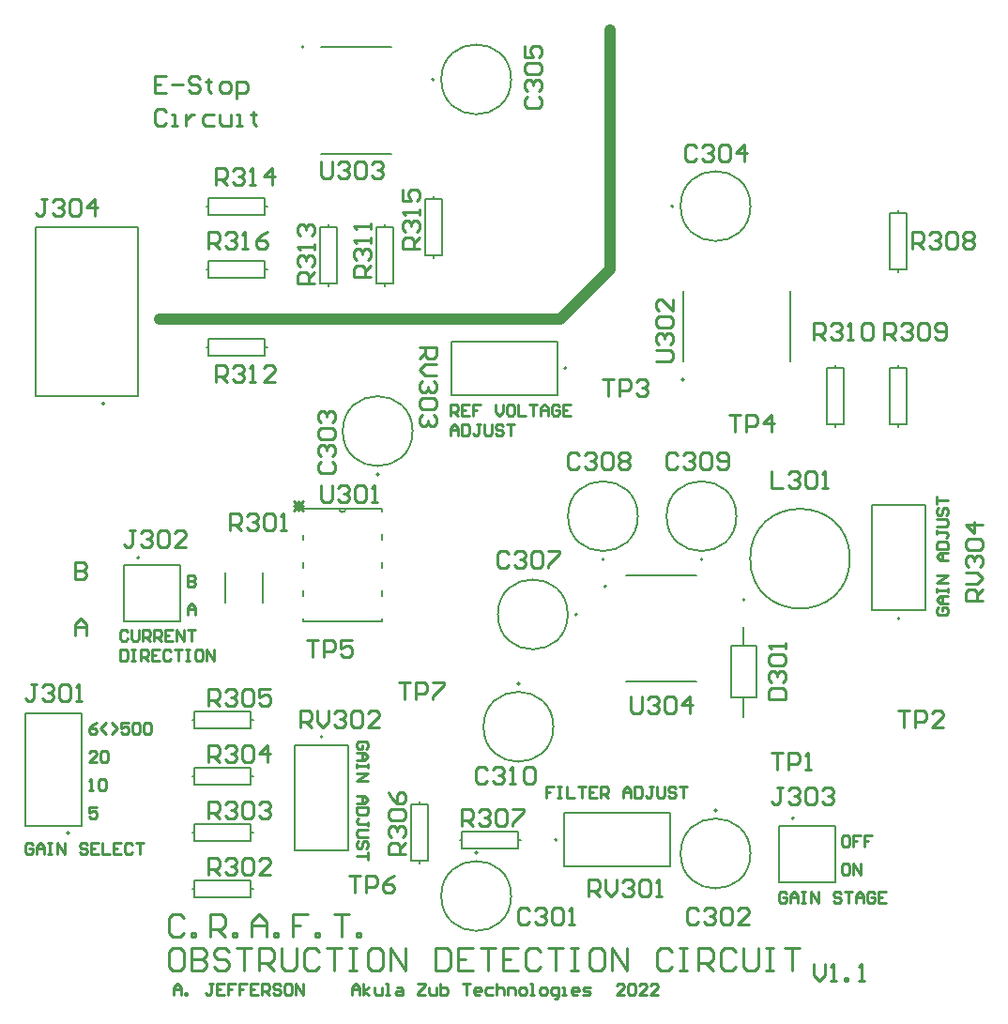
<source format=gbr>
G04 Layer_Color=65535*
%FSLAX23Y23*%
%MOIN*%
%TF.FileFunction,Legend,Top*%
%TF.Part,Single*%
G01*
G75*
%TA.AperFunction,NonConductor*%
%ADD58C,0.005*%
%ADD59C,0.008*%
%ADD60C,0.006*%
%ADD61C,0.040*%
%ADD62C,0.010*%
D58*
X3624Y3850D02*
G03*
X3624Y3850I-124J0D01*
G01*
Y1551D02*
G03*
X3624Y1551I-124J0D01*
G01*
X2774Y1400D02*
G03*
X2774Y1400I-124J0D01*
G01*
Y4300D02*
G03*
X2774Y4300I-124J0D01*
G01*
X2424Y3051D02*
G03*
X2424Y3051I-124J0D01*
G01*
X2975Y2400D02*
G03*
X2975Y2400I-124J0D01*
G01*
X3224Y2749D02*
G03*
X3224Y2749I-124J0D01*
G01*
X3574D02*
G03*
X3574Y2749I-124J0D01*
G01*
X2924Y2001D02*
G03*
X2924Y2001I-124J0D01*
G01*
X3977Y2598D02*
G03*
X3977Y2598I-177J0D01*
G01*
X4245Y2414D02*
Y2789D01*
X4055D02*
X4245D01*
X4055Y2414D02*
Y2789D01*
Y2414D02*
X4245D01*
X2562Y3370D02*
X2938D01*
X2562Y3180D02*
Y3370D01*
Y3180D02*
X2938D01*
Y3370D01*
X2962Y1505D02*
X3338D01*
Y1695D01*
X2962D02*
X3338D01*
X2962Y1505D02*
Y1695D01*
X2100Y4414D02*
X2350D01*
X2100Y4036D02*
X2350D01*
X3764Y3300D02*
Y3550D01*
X3386Y3300D02*
Y3550D01*
X1758Y2443D02*
Y2549D01*
X1892Y2443D02*
Y2549D01*
X1450Y3175D02*
Y3775D01*
X1087Y3175D02*
Y3775D01*
X1450D01*
X1087Y3175D02*
X1450D01*
X2005Y1561D02*
Y1936D01*
Y1561D02*
X2195D01*
Y1936D01*
X2005D02*
X2195D01*
X3181Y2161D02*
X3431D01*
X3181Y2539D02*
X3431D01*
X3646Y2104D02*
Y2289D01*
X3600Y2104D02*
X3646D01*
X3554D02*
X3600D01*
X3554D02*
Y2289D01*
X3600D01*
X3646D01*
X3600Y2036D02*
Y2104D01*
Y2289D02*
Y2356D01*
D59*
X3350Y3850D02*
G03*
X3350Y3850I-4J0D01*
G01*
X3504Y1704D02*
G03*
X3504Y1704I-4J0D01*
G01*
X2654Y1554D02*
G03*
X2654Y1554I-4J0D01*
G01*
X4154Y2385D02*
G03*
X4154Y2385I-4J0D01*
G01*
X3779Y1676D02*
G03*
X3779Y1676I-4J0D01*
G01*
X2970Y3275D02*
G03*
X2970Y3275I-4J0D01*
G01*
X2937Y1600D02*
G03*
X2937Y1600I-4J0D01*
G01*
X2038Y4416D02*
G03*
X2038Y4416I-4J0D01*
G01*
X2500Y4300D02*
G03*
X2500Y4300I-4J0D01*
G01*
X2304Y2897D02*
G03*
X2304Y2897I-4J0D01*
G01*
X3388Y3234D02*
G03*
X3388Y3234I-4J0D01*
G01*
X1454Y2601D02*
G03*
X1454Y2601I-4J0D01*
G01*
X1204Y1624D02*
G03*
X1204Y1624I-4J0D01*
G01*
X1329Y3149D02*
G03*
X1329Y3149I-4J0D01*
G01*
X2104Y1965D02*
G03*
X2104Y1965I-4J0D01*
G01*
X3008Y2400D02*
G03*
X3008Y2400I-4J0D01*
G01*
X3104Y2596D02*
G03*
X3104Y2596I-4J0D01*
G01*
X3454D02*
G03*
X3454Y2596I-4J0D01*
G01*
X2804Y2154D02*
G03*
X2804Y2154I-4J0D01*
G01*
X3112Y2500D02*
G03*
X3112Y2500I-4J0D01*
G01*
X3604Y2452D02*
G03*
X3604Y2452I-4J0D01*
G01*
X2450Y1516D02*
Y1525D01*
Y1725D02*
Y1734D01*
X2420Y1525D02*
X2450D01*
X2420D02*
Y1725D01*
X2480D01*
Y1525D02*
Y1725D01*
X2450Y1525D02*
X2480D01*
X1641Y2025D02*
X1650D01*
X1850D02*
X1859D01*
X1650D02*
Y2055D01*
X1850D01*
Y1995D02*
Y2055D01*
X1650Y1995D02*
X1850D01*
X1650D02*
Y2025D01*
X1641Y1825D02*
X1650D01*
X1850D02*
X1859D01*
X1650D02*
Y1855D01*
X1850D01*
Y1795D02*
Y1855D01*
X1650Y1795D02*
X1850D01*
X1650D02*
Y1825D01*
X1641Y1625D02*
X1650D01*
X1850D02*
X1859D01*
X1650D02*
Y1655D01*
X1850D01*
Y1595D02*
Y1655D01*
X1650Y1595D02*
X1850D01*
X1650D02*
Y1625D01*
X1641Y1425D02*
X1650D01*
X1850D02*
X1859D01*
X1650D02*
Y1455D01*
X1850D01*
Y1395D02*
Y1455D01*
X1650Y1395D02*
X1850D01*
X1650D02*
Y1425D01*
X3925Y3066D02*
Y3075D01*
Y3275D02*
Y3284D01*
X3895Y3075D02*
X3925D01*
X3895D02*
Y3275D01*
X3955D01*
Y3075D02*
Y3275D01*
X3925Y3075D02*
X3955D01*
X4150Y3275D02*
Y3284D01*
Y3066D02*
Y3075D01*
Y3275D02*
X4180D01*
Y3075D02*
Y3275D01*
X4120Y3075D02*
X4180D01*
X4120D02*
Y3275D01*
X4150D01*
Y3616D02*
Y3625D01*
Y3825D02*
Y3834D01*
X4120Y3625D02*
X4150D01*
X4120D02*
Y3825D01*
X4180D01*
Y3625D02*
Y3825D01*
X4150Y3625D02*
X4180D01*
X3725Y1450D02*
Y1650D01*
X3925Y1450D02*
Y1650D01*
X3725Y1450D02*
X3925D01*
X3725Y1650D02*
X3925D01*
X2295Y3775D02*
X2325D01*
X2295Y3575D02*
Y3775D01*
Y3575D02*
X2355D01*
Y3775D01*
X2325D02*
X2355D01*
X2325Y3566D02*
Y3575D01*
Y3775D02*
Y3784D01*
X1700Y3320D02*
Y3350D01*
Y3320D02*
X1900D01*
Y3380D01*
X1700D02*
X1900D01*
X1700Y3350D02*
Y3380D01*
X1900Y3350D02*
X1909D01*
X1691D02*
X1700D01*
X2095Y3775D02*
X2125D01*
X2095Y3575D02*
Y3775D01*
Y3575D02*
X2155D01*
Y3775D01*
X2125D02*
X2155D01*
X2125Y3566D02*
Y3575D01*
Y3775D02*
Y3784D01*
X1700Y3820D02*
Y3850D01*
Y3820D02*
X1900D01*
Y3880D01*
X1700D02*
X1900D01*
X1700Y3850D02*
Y3880D01*
X1900Y3850D02*
X1909D01*
X1691D02*
X1700D01*
X2470Y3875D02*
X2500D01*
X2470Y3675D02*
Y3875D01*
Y3675D02*
X2530D01*
Y3875D01*
X2500D02*
X2530D01*
X2500Y3666D02*
Y3675D01*
Y3875D02*
Y3884D01*
X1700Y3595D02*
Y3625D01*
Y3595D02*
X1900D01*
Y3655D01*
X1700D02*
X1900D01*
X1700Y3625D02*
Y3655D01*
X1900Y3625D02*
X1909D01*
X1691D02*
X1700D01*
X2800Y1600D02*
X2809D01*
X2591D02*
X2600D01*
X2800Y1570D02*
Y1600D01*
X2600Y1570D02*
X2800D01*
X2600D02*
Y1630D01*
X2800D01*
Y1600D02*
Y1630D01*
X1400Y2375D02*
Y2575D01*
X1600Y2375D02*
Y2575D01*
X1400Y2375D02*
X1600D01*
X1400Y2575D02*
X1600D01*
X1250Y1650D02*
Y2050D01*
X1050Y1650D02*
Y2050D01*
X1250D01*
X1050Y1650D02*
X1250D01*
D60*
X2163Y2775D02*
G03*
X2187Y2775I12J0D01*
G01*
X2035Y2466D02*
Y2484D01*
Y2566D02*
Y2584D01*
Y2666D02*
Y2682D01*
Y2768D02*
Y2775D01*
X2163D01*
X2187D01*
X2315D01*
Y2375D02*
Y2384D01*
X2035Y2375D02*
X2315D01*
X2035D02*
Y2384D01*
X2315Y2466D02*
Y2484D01*
Y2566D02*
Y2584D01*
Y2666D02*
Y2684D01*
Y2766D02*
Y2775D01*
D61*
X3125Y3625D02*
Y4475D01*
X2950Y3450D02*
X3125Y3625D01*
X1525Y3450D02*
X2950D01*
D62*
X1412Y2340D02*
X1405Y2347D01*
X1392D01*
X1385Y2340D01*
Y2314D01*
X1392Y2307D01*
X1405D01*
X1412Y2314D01*
X1425Y2347D02*
Y2314D01*
X1432Y2307D01*
X1445D01*
X1452Y2314D01*
Y2347D01*
X1465Y2307D02*
Y2347D01*
X1485D01*
X1492Y2340D01*
Y2327D01*
X1485Y2320D01*
X1465D01*
X1478D02*
X1492Y2307D01*
X1505D02*
Y2347D01*
X1525D01*
X1532Y2340D01*
Y2327D01*
X1525Y2320D01*
X1505D01*
X1518D02*
X1532Y2307D01*
X1572Y2347D02*
X1545D01*
Y2307D01*
X1572D01*
X1545Y2327D02*
X1558D01*
X1585Y2307D02*
Y2347D01*
X1612Y2307D01*
Y2347D01*
X1625D02*
X1652D01*
X1638D01*
Y2307D01*
X1385Y2275D02*
Y2235D01*
X1405D01*
X1412Y2242D01*
Y2268D01*
X1405Y2275D01*
X1385D01*
X1425D02*
X1438D01*
X1432D01*
Y2235D01*
X1425D01*
X1438D01*
X1458D02*
Y2275D01*
X1478D01*
X1485Y2268D01*
Y2255D01*
X1478Y2248D01*
X1458D01*
X1472D02*
X1485Y2235D01*
X1525Y2275D02*
X1498D01*
Y2235D01*
X1525D01*
X1498Y2255D02*
X1512D01*
X1565Y2268D02*
X1558Y2275D01*
X1545D01*
X1538Y2268D01*
Y2242D01*
X1545Y2235D01*
X1558D01*
X1565Y2242D01*
X1578Y2275D02*
X1605D01*
X1592D01*
Y2235D01*
X1618Y2275D02*
X1632D01*
X1625D01*
Y2235D01*
X1618D01*
X1632D01*
X1672Y2275D02*
X1658D01*
X1652Y2268D01*
Y2242D01*
X1658Y2235D01*
X1672D01*
X1678Y2242D01*
Y2268D01*
X1672Y2275D01*
X1692Y2235D02*
Y2275D01*
X1718Y2235D01*
Y2275D01*
X1550Y4311D02*
X1510D01*
Y4251D01*
X1550D01*
X1510Y4281D02*
X1530D01*
X1570D02*
X1610D01*
X1670Y4301D02*
X1660Y4311D01*
X1640D01*
X1630Y4301D01*
Y4291D01*
X1640Y4281D01*
X1660D01*
X1670Y4271D01*
Y4261D01*
X1660Y4251D01*
X1640D01*
X1630Y4261D01*
X1700Y4301D02*
Y4291D01*
X1690D01*
X1710D01*
X1700D01*
Y4261D01*
X1710Y4251D01*
X1750D02*
X1770D01*
X1780Y4261D01*
Y4281D01*
X1770Y4291D01*
X1750D01*
X1740Y4281D01*
Y4261D01*
X1750Y4251D01*
X1800Y4231D02*
Y4291D01*
X1830D01*
X1840Y4281D01*
Y4261D01*
X1830Y4251D01*
X1800D01*
X1550Y4185D02*
X1540Y4195D01*
X1520D01*
X1510Y4185D01*
Y4145D01*
X1520Y4135D01*
X1540D01*
X1550Y4145D01*
X1570Y4135D02*
X1590D01*
X1580D01*
Y4175D01*
X1570D01*
X1620D02*
Y4135D01*
Y4155D01*
X1630Y4165D01*
X1640Y4175D01*
X1650D01*
X1720D02*
X1690D01*
X1680Y4165D01*
Y4145D01*
X1690Y4135D01*
X1720D01*
X1740Y4175D02*
Y4145D01*
X1750Y4135D01*
X1780D01*
Y4175D01*
X1800Y4135D02*
X1820D01*
X1810D01*
Y4175D01*
X1800D01*
X1860Y4185D02*
Y4175D01*
X1850D01*
X1870D01*
X1860D01*
Y4145D01*
X1870Y4135D01*
X1613Y1322D02*
X1600Y1335D01*
X1573D01*
X1560Y1322D01*
Y1268D01*
X1573Y1255D01*
X1600D01*
X1613Y1268D01*
X1640Y1255D02*
Y1268D01*
X1653D01*
Y1255D01*
X1640D01*
X1707D02*
Y1335D01*
X1747D01*
X1760Y1322D01*
Y1295D01*
X1747Y1282D01*
X1707D01*
X1733D02*
X1760Y1255D01*
X1787D02*
Y1268D01*
X1800D01*
Y1255D01*
X1787D01*
X1853D02*
Y1308D01*
X1880Y1335D01*
X1907Y1308D01*
Y1255D01*
Y1295D01*
X1853D01*
X1933Y1255D02*
Y1268D01*
X1947D01*
Y1255D01*
X1933D01*
X2053Y1335D02*
X2000D01*
Y1295D01*
X2027D01*
X2000D01*
Y1255D01*
X2080D02*
Y1268D01*
X2093D01*
Y1255D01*
X2080D01*
X2146Y1335D02*
X2200D01*
X2173D01*
Y1255D01*
X2226D02*
Y1268D01*
X2240D01*
Y1255D01*
X2226D01*
X1600Y1215D02*
X1573D01*
X1560Y1202D01*
Y1148D01*
X1573Y1135D01*
X1600D01*
X1613Y1148D01*
Y1202D01*
X1600Y1215D01*
X1640D02*
Y1135D01*
X1680D01*
X1693Y1148D01*
Y1162D01*
X1680Y1175D01*
X1640D01*
X1680D01*
X1693Y1188D01*
Y1202D01*
X1680Y1215D01*
X1640D01*
X1773Y1202D02*
X1760Y1215D01*
X1733D01*
X1720Y1202D01*
Y1188D01*
X1733Y1175D01*
X1760D01*
X1773Y1162D01*
Y1148D01*
X1760Y1135D01*
X1733D01*
X1720Y1148D01*
X1800Y1215D02*
X1853D01*
X1827D01*
Y1135D01*
X1880D02*
Y1215D01*
X1920D01*
X1933Y1202D01*
Y1175D01*
X1920Y1162D01*
X1880D01*
X1907D02*
X1933Y1135D01*
X1960Y1215D02*
Y1148D01*
X1973Y1135D01*
X2000D01*
X2013Y1148D01*
Y1215D01*
X2093Y1202D02*
X2080Y1215D01*
X2053D01*
X2040Y1202D01*
Y1148D01*
X2053Y1135D01*
X2080D01*
X2093Y1148D01*
X2120Y1215D02*
X2173D01*
X2146D01*
Y1135D01*
X2200Y1215D02*
X2226D01*
X2213D01*
Y1135D01*
X2200D01*
X2226D01*
X2306Y1215D02*
X2280D01*
X2266Y1202D01*
Y1148D01*
X2280Y1135D01*
X2306D01*
X2320Y1148D01*
Y1202D01*
X2306Y1215D01*
X2346Y1135D02*
Y1215D01*
X2400Y1135D01*
Y1215D01*
X2506D02*
Y1135D01*
X2546D01*
X2560Y1148D01*
Y1202D01*
X2546Y1215D01*
X2506D01*
X2640D02*
X2586D01*
Y1135D01*
X2640D01*
X2586Y1175D02*
X2613D01*
X2666Y1215D02*
X2720D01*
X2693D01*
Y1135D01*
X2800Y1215D02*
X2746D01*
Y1135D01*
X2800D01*
X2746Y1175D02*
X2773D01*
X2880Y1202D02*
X2866Y1215D01*
X2840D01*
X2826Y1202D01*
Y1148D01*
X2840Y1135D01*
X2866D01*
X2880Y1148D01*
X2906Y1215D02*
X2960D01*
X2933D01*
Y1135D01*
X2986Y1215D02*
X3013D01*
X3000D01*
Y1135D01*
X2986D01*
X3013D01*
X3093Y1215D02*
X3066D01*
X3053Y1202D01*
Y1148D01*
X3066Y1135D01*
X3093D01*
X3106Y1148D01*
Y1202D01*
X3093Y1215D01*
X3133Y1135D02*
Y1215D01*
X3186Y1135D01*
Y1215D01*
X3346Y1202D02*
X3333Y1215D01*
X3306D01*
X3293Y1202D01*
Y1148D01*
X3306Y1135D01*
X3333D01*
X3346Y1148D01*
X3373Y1215D02*
X3399D01*
X3386D01*
Y1135D01*
X3373D01*
X3399D01*
X3439D02*
Y1215D01*
X3479D01*
X3493Y1202D01*
Y1175D01*
X3479Y1162D01*
X3439D01*
X3466D02*
X3493Y1135D01*
X3573Y1202D02*
X3559Y1215D01*
X3533D01*
X3519Y1202D01*
Y1148D01*
X3533Y1135D01*
X3559D01*
X3573Y1148D01*
X3599Y1215D02*
Y1148D01*
X3613Y1135D01*
X3639D01*
X3653Y1148D01*
Y1215D01*
X3679D02*
X3706D01*
X3693D01*
Y1135D01*
X3679D01*
X3706D01*
X3746Y1215D02*
X3799D01*
X3773D01*
Y1135D01*
X2560Y3107D02*
Y3147D01*
X2580D01*
X2587Y3140D01*
Y3127D01*
X2580Y3120D01*
X2560D01*
X2573D02*
X2587Y3107D01*
X2627Y3147D02*
X2600D01*
Y3107D01*
X2627D01*
X2600Y3127D02*
X2613D01*
X2667Y3147D02*
X2640D01*
Y3127D01*
X2653D01*
X2640D01*
Y3107D01*
X2720Y3147D02*
Y3120D01*
X2733Y3107D01*
X2747Y3120D01*
Y3147D01*
X2780D02*
X2767D01*
X2760Y3140D01*
Y3114D01*
X2767Y3107D01*
X2780D01*
X2787Y3114D01*
Y3140D01*
X2780Y3147D01*
X2800D02*
Y3107D01*
X2827D01*
X2840Y3147D02*
X2867D01*
X2853D01*
Y3107D01*
X2880D02*
Y3134D01*
X2893Y3147D01*
X2907Y3134D01*
Y3107D01*
Y3127D01*
X2880D01*
X2947Y3140D02*
X2940Y3147D01*
X2927D01*
X2920Y3140D01*
Y3114D01*
X2927Y3107D01*
X2940D01*
X2947Y3114D01*
Y3127D01*
X2933D01*
X2987Y3147D02*
X2960D01*
Y3107D01*
X2987D01*
X2960Y3127D02*
X2973D01*
X2560Y3035D02*
Y3062D01*
X2573Y3075D01*
X2587Y3062D01*
Y3035D01*
Y3055D01*
X2560D01*
X2600Y3075D02*
Y3035D01*
X2620D01*
X2627Y3042D01*
Y3068D01*
X2620Y3075D01*
X2600D01*
X2667D02*
X2653D01*
X2660D01*
Y3042D01*
X2653Y3035D01*
X2647D01*
X2640Y3042D01*
X2680Y3075D02*
Y3042D01*
X2687Y3035D01*
X2700D01*
X2707Y3042D01*
Y3075D01*
X2747Y3068D02*
X2740Y3075D01*
X2727D01*
X2720Y3068D01*
Y3062D01*
X2727Y3055D01*
X2740D01*
X2747Y3048D01*
Y3042D01*
X2740Y3035D01*
X2727D01*
X2720Y3042D01*
X2760Y3075D02*
X2787D01*
X2773D01*
Y3035D01*
X3850Y1160D02*
Y1120D01*
X3870Y1100D01*
X3890Y1120D01*
Y1160D01*
X3910Y1100D02*
X3930D01*
X3920D01*
Y1160D01*
X3910Y1150D01*
X3960Y1100D02*
Y1110D01*
X3970D01*
Y1100D01*
X3960D01*
X4010D02*
X4030D01*
X4020D01*
Y1160D01*
X4010Y1150D01*
X2831Y4240D02*
X2821Y4230D01*
Y4210D01*
X2831Y4200D01*
X2871D01*
X2881Y4210D01*
Y4230D01*
X2871Y4240D01*
X2831Y4260D02*
X2821Y4270D01*
Y4290D01*
X2831Y4300D01*
X2841D01*
X2851Y4290D01*
Y4280D01*
Y4290D01*
X2861Y4300D01*
X2871D01*
X2881Y4290D01*
Y4270D01*
X2871Y4260D01*
X2831Y4320D02*
X2821Y4330D01*
Y4350D01*
X2831Y4360D01*
X2871D01*
X2881Y4350D01*
Y4330D01*
X2871Y4320D01*
X2831D01*
X2821Y4420D02*
Y4380D01*
X2851D01*
X2841Y4400D01*
Y4410D01*
X2851Y4420D01*
X2871D01*
X2881Y4410D01*
Y4390D01*
X2871Y4380D01*
X2100Y4010D02*
Y3960D01*
X2110Y3950D01*
X2130D01*
X2140Y3960D01*
Y4010D01*
X2160Y4000D02*
X2170Y4010D01*
X2190D01*
X2200Y4000D01*
Y3990D01*
X2190Y3980D01*
X2180D01*
X2190D01*
X2200Y3970D01*
Y3960D01*
X2190Y3950D01*
X2170D01*
X2160Y3960D01*
X2220Y4000D02*
X2230Y4010D01*
X2250D01*
X2260Y4000D01*
Y3960D01*
X2250Y3950D01*
X2230D01*
X2220Y3960D01*
Y4000D01*
X2280D02*
X2290Y4010D01*
X2310D01*
X2320Y4000D01*
Y3990D01*
X2310Y3980D01*
X2300D01*
X2310D01*
X2320Y3970D01*
Y3960D01*
X2310Y3950D01*
X2290D01*
X2280Y3960D01*
X1700Y3700D02*
Y3760D01*
X1730D01*
X1740Y3750D01*
Y3730D01*
X1730Y3720D01*
X1700D01*
X1720D02*
X1740Y3700D01*
X1760Y3750D02*
X1770Y3760D01*
X1790D01*
X1800Y3750D01*
Y3740D01*
X1790Y3730D01*
X1780D01*
X1790D01*
X1800Y3720D01*
Y3710D01*
X1790Y3700D01*
X1770D01*
X1760Y3710D01*
X1820Y3700D02*
X1840D01*
X1830D01*
Y3760D01*
X1820Y3750D01*
X1910Y3760D02*
X1890Y3750D01*
X1870Y3730D01*
Y3710D01*
X1880Y3700D01*
X1900D01*
X1910Y3710D01*
Y3720D01*
X1900Y3730D01*
X1870D01*
X2450Y3700D02*
X2390D01*
Y3730D01*
X2400Y3740D01*
X2420D01*
X2430Y3730D01*
Y3700D01*
Y3720D02*
X2450Y3740D01*
X2400Y3760D02*
X2390Y3770D01*
Y3790D01*
X2400Y3800D01*
X2410D01*
X2420Y3790D01*
Y3780D01*
Y3790D01*
X2430Y3800D01*
X2440D01*
X2450Y3790D01*
Y3770D01*
X2440Y3760D01*
X2450Y3820D02*
Y3840D01*
Y3830D01*
X2390D01*
X2400Y3820D01*
X2390Y3910D02*
Y3870D01*
X2420D01*
X2410Y3890D01*
Y3900D01*
X2420Y3910D01*
X2440D01*
X2450Y3900D01*
Y3880D01*
X2440Y3870D01*
X1725Y3925D02*
Y3985D01*
X1755D01*
X1765Y3975D01*
Y3955D01*
X1755Y3945D01*
X1725D01*
X1745D02*
X1765Y3925D01*
X1785Y3975D02*
X1795Y3985D01*
X1815D01*
X1825Y3975D01*
Y3965D01*
X1815Y3955D01*
X1805D01*
X1815D01*
X1825Y3945D01*
Y3935D01*
X1815Y3925D01*
X1795D01*
X1785Y3935D01*
X1845Y3925D02*
X1865D01*
X1855D01*
Y3985D01*
X1845Y3975D01*
X1925Y3925D02*
Y3985D01*
X1895Y3955D01*
X1935D01*
X2075Y3575D02*
X2015D01*
Y3605D01*
X2025Y3615D01*
X2045D01*
X2055Y3605D01*
Y3575D01*
Y3595D02*
X2075Y3615D01*
X2025Y3635D02*
X2015Y3645D01*
Y3665D01*
X2025Y3675D01*
X2035D01*
X2045Y3665D01*
Y3655D01*
Y3665D01*
X2055Y3675D01*
X2065D01*
X2075Y3665D01*
Y3645D01*
X2065Y3635D01*
X2075Y3695D02*
Y3715D01*
Y3705D01*
X2015D01*
X2025Y3695D01*
Y3745D02*
X2015Y3755D01*
Y3775D01*
X2025Y3785D01*
X2035D01*
X2045Y3775D01*
Y3765D01*
Y3775D01*
X2055Y3785D01*
X2065D01*
X2075Y3775D01*
Y3755D01*
X2065Y3745D01*
X1725Y3225D02*
Y3285D01*
X1755D01*
X1765Y3275D01*
Y3255D01*
X1755Y3245D01*
X1725D01*
X1745D02*
X1765Y3225D01*
X1785Y3275D02*
X1795Y3285D01*
X1815D01*
X1825Y3275D01*
Y3265D01*
X1815Y3255D01*
X1805D01*
X1815D01*
X1825Y3245D01*
Y3235D01*
X1815Y3225D01*
X1795D01*
X1785Y3235D01*
X1845Y3225D02*
X1865D01*
X1855D01*
Y3285D01*
X1845Y3275D01*
X1935Y3225D02*
X1895D01*
X1935Y3265D01*
Y3275D01*
X1925Y3285D01*
X1905D01*
X1895Y3275D01*
X2275Y3600D02*
X2215D01*
Y3630D01*
X2225Y3640D01*
X2245D01*
X2255Y3630D01*
Y3600D01*
Y3620D02*
X2275Y3640D01*
X2225Y3660D02*
X2215Y3670D01*
Y3690D01*
X2225Y3700D01*
X2235D01*
X2245Y3690D01*
Y3680D01*
Y3690D01*
X2255Y3700D01*
X2265D01*
X2275Y3690D01*
Y3670D01*
X2265Y3660D01*
X2275Y3720D02*
Y3740D01*
Y3730D01*
X2215D01*
X2225Y3720D01*
X2275Y3770D02*
Y3790D01*
Y3780D01*
X2215D01*
X2225Y3770D01*
X1775Y2700D02*
Y2760D01*
X1805D01*
X1815Y2750D01*
Y2730D01*
X1805Y2720D01*
X1775D01*
X1795D02*
X1815Y2700D01*
X1835Y2750D02*
X1845Y2760D01*
X1865D01*
X1875Y2750D01*
Y2740D01*
X1865Y2730D01*
X1855D01*
X1865D01*
X1875Y2720D01*
Y2710D01*
X1865Y2700D01*
X1845D01*
X1835Y2710D01*
X1895Y2750D02*
X1905Y2760D01*
X1925D01*
X1935Y2750D01*
Y2710D01*
X1925Y2700D01*
X1905D01*
X1895Y2710D01*
Y2750D01*
X1955Y2700D02*
X1975D01*
X1965D01*
Y2760D01*
X1955Y2750D01*
X3050Y1400D02*
Y1460D01*
X3080D01*
X3090Y1450D01*
Y1430D01*
X3080Y1420D01*
X3050D01*
X3070D02*
X3090Y1400D01*
X3110Y1460D02*
Y1420D01*
X3130Y1400D01*
X3150Y1420D01*
Y1460D01*
X3170Y1450D02*
X3180Y1460D01*
X3200D01*
X3210Y1450D01*
Y1440D01*
X3200Y1430D01*
X3190D01*
X3200D01*
X3210Y1420D01*
Y1410D01*
X3200Y1400D01*
X3180D01*
X3170Y1410D01*
X3230Y1450D02*
X3240Y1460D01*
X3260D01*
X3270Y1450D01*
Y1410D01*
X3260Y1400D01*
X3240D01*
X3230Y1410D01*
Y1450D01*
X3290Y1400D02*
X3310D01*
X3300D01*
Y1460D01*
X3290Y1450D01*
X2450Y3350D02*
X2510D01*
Y3320D01*
X2500Y3310D01*
X2480D01*
X2470Y3320D01*
Y3350D01*
Y3330D02*
X2450Y3310D01*
X2510Y3290D02*
X2470D01*
X2450Y3270D01*
X2470Y3250D01*
X2510D01*
X2500Y3230D02*
X2510Y3220D01*
Y3200D01*
X2500Y3190D01*
X2490D01*
X2480Y3200D01*
Y3210D01*
Y3200D01*
X2470Y3190D01*
X2460D01*
X2450Y3200D01*
Y3220D01*
X2460Y3230D01*
X2500Y3170D02*
X2510Y3160D01*
Y3140D01*
X2500Y3130D01*
X2460D01*
X2450Y3140D01*
Y3160D01*
X2460Y3170D01*
X2500D01*
Y3110D02*
X2510Y3100D01*
Y3080D01*
X2500Y3070D01*
X2490D01*
X2480Y3080D01*
Y3090D01*
Y3080D01*
X2470Y3070D01*
X2460D01*
X2450Y3080D01*
Y3100D01*
X2460Y3110D01*
X3290Y3300D02*
X3340D01*
X3350Y3310D01*
Y3330D01*
X3340Y3340D01*
X3290D01*
X3300Y3360D02*
X3290Y3370D01*
Y3390D01*
X3300Y3400D01*
X3310D01*
X3320Y3390D01*
Y3380D01*
Y3390D01*
X3330Y3400D01*
X3340D01*
X3350Y3390D01*
Y3370D01*
X3340Y3360D01*
X3300Y3420D02*
X3290Y3430D01*
Y3450D01*
X3300Y3460D01*
X3340D01*
X3350Y3450D01*
Y3430D01*
X3340Y3420D01*
X3300D01*
X3350Y3520D02*
Y3480D01*
X3310Y3520D01*
X3300D01*
X3290Y3510D01*
Y3490D01*
X3300Y3480D01*
X3740Y1785D02*
X3720D01*
X3730D01*
Y1735D01*
X3720Y1725D01*
X3710D01*
X3700Y1735D01*
X3760Y1775D02*
X3770Y1785D01*
X3790D01*
X3800Y1775D01*
Y1765D01*
X3790Y1755D01*
X3780D01*
X3790D01*
X3800Y1745D01*
Y1735D01*
X3790Y1725D01*
X3770D01*
X3760Y1735D01*
X3820Y1775D02*
X3830Y1785D01*
X3850D01*
X3860Y1775D01*
Y1735D01*
X3850Y1725D01*
X3830D01*
X3820Y1735D01*
Y1775D01*
X3880D02*
X3890Y1785D01*
X3910D01*
X3920Y1775D01*
Y1765D01*
X3910Y1755D01*
X3900D01*
X3910D01*
X3920Y1745D01*
Y1735D01*
X3910Y1725D01*
X3890D01*
X3880Y1735D01*
X4200Y3700D02*
Y3760D01*
X4230D01*
X4240Y3750D01*
Y3730D01*
X4230Y3720D01*
X4200D01*
X4220D02*
X4240Y3700D01*
X4260Y3750D02*
X4270Y3760D01*
X4290D01*
X4300Y3750D01*
Y3740D01*
X4290Y3730D01*
X4280D01*
X4290D01*
X4300Y3720D01*
Y3710D01*
X4290Y3700D01*
X4270D01*
X4260Y3710D01*
X4320Y3750D02*
X4330Y3760D01*
X4350D01*
X4360Y3750D01*
Y3710D01*
X4350Y3700D01*
X4330D01*
X4320Y3710D01*
Y3750D01*
X4380D02*
X4390Y3760D01*
X4410D01*
X4420Y3750D01*
Y3740D01*
X4410Y3730D01*
X4420Y3720D01*
Y3710D01*
X4410Y3700D01*
X4390D01*
X4380Y3710D01*
Y3720D01*
X4390Y3730D01*
X4380Y3740D01*
Y3750D01*
X4390Y3730D02*
X4410D01*
X4100Y3375D02*
Y3435D01*
X4130D01*
X4140Y3425D01*
Y3405D01*
X4130Y3395D01*
X4100D01*
X4120D02*
X4140Y3375D01*
X4160Y3425D02*
X4170Y3435D01*
X4190D01*
X4200Y3425D01*
Y3415D01*
X4190Y3405D01*
X4180D01*
X4190D01*
X4200Y3395D01*
Y3385D01*
X4190Y3375D01*
X4170D01*
X4160Y3385D01*
X4220Y3425D02*
X4230Y3435D01*
X4250D01*
X4260Y3425D01*
Y3385D01*
X4250Y3375D01*
X4230D01*
X4220Y3385D01*
Y3425D01*
X4280Y3385D02*
X4290Y3375D01*
X4310D01*
X4320Y3385D01*
Y3425D01*
X4310Y3435D01*
X4290D01*
X4280Y3425D01*
Y3415D01*
X4290Y3405D01*
X4320D01*
X3850Y3375D02*
Y3435D01*
X3880D01*
X3890Y3425D01*
Y3405D01*
X3880Y3395D01*
X3850D01*
X3870D02*
X3890Y3375D01*
X3910Y3425D02*
X3920Y3435D01*
X3940D01*
X3950Y3425D01*
Y3415D01*
X3940Y3405D01*
X3930D01*
X3940D01*
X3950Y3395D01*
Y3385D01*
X3940Y3375D01*
X3920D01*
X3910Y3385D01*
X3970Y3375D02*
X3990D01*
X3980D01*
Y3435D01*
X3970Y3425D01*
X4020D02*
X4030Y3435D01*
X4050D01*
X4060Y3425D01*
Y3385D01*
X4050Y3375D01*
X4030D01*
X4020Y3385D01*
Y3425D01*
X4450Y2450D02*
X4390D01*
Y2480D01*
X4400Y2490D01*
X4420D01*
X4430Y2480D01*
Y2450D01*
Y2470D02*
X4450Y2490D01*
X4390Y2510D02*
X4430D01*
X4450Y2530D01*
X4430Y2550D01*
X4390D01*
X4400Y2570D02*
X4390Y2580D01*
Y2600D01*
X4400Y2610D01*
X4410D01*
X4420Y2600D01*
Y2590D01*
Y2600D01*
X4430Y2610D01*
X4440D01*
X4450Y2600D01*
Y2580D01*
X4440Y2570D01*
X4400Y2630D02*
X4390Y2640D01*
Y2660D01*
X4400Y2670D01*
X4440D01*
X4450Y2660D01*
Y2640D01*
X4440Y2630D01*
X4400D01*
X4450Y2720D02*
X4390D01*
X4420Y2690D01*
Y2730D01*
X1089Y2151D02*
X1069D01*
X1079D01*
Y2101D01*
X1069Y2091D01*
X1059D01*
X1049Y2101D01*
X1109Y2141D02*
X1119Y2151D01*
X1139D01*
X1149Y2141D01*
Y2131D01*
X1139Y2121D01*
X1129D01*
X1139D01*
X1149Y2111D01*
Y2101D01*
X1139Y2091D01*
X1119D01*
X1109Y2101D01*
X1169Y2141D02*
X1179Y2151D01*
X1199D01*
X1209Y2141D01*
Y2101D01*
X1199Y2091D01*
X1179D01*
X1169Y2101D01*
Y2141D01*
X1229Y2091D02*
X1249D01*
X1239D01*
Y2151D01*
X1229Y2141D01*
X1439Y2698D02*
X1419D01*
X1429D01*
Y2648D01*
X1419Y2638D01*
X1409D01*
X1399Y2648D01*
X1459Y2688D02*
X1469Y2698D01*
X1489D01*
X1499Y2688D01*
Y2678D01*
X1489Y2668D01*
X1479D01*
X1489D01*
X1499Y2658D01*
Y2648D01*
X1489Y2638D01*
X1469D01*
X1459Y2648D01*
X1519Y2688D02*
X1529Y2698D01*
X1549D01*
X1559Y2688D01*
Y2648D01*
X1549Y2638D01*
X1529D01*
X1519Y2648D01*
Y2688D01*
X1619Y2638D02*
X1579D01*
X1619Y2678D01*
Y2688D01*
X1609Y2698D01*
X1589D01*
X1579Y2688D01*
X1700Y1475D02*
Y1535D01*
X1730D01*
X1740Y1525D01*
Y1505D01*
X1730Y1495D01*
X1700D01*
X1720D02*
X1740Y1475D01*
X1760Y1525D02*
X1770Y1535D01*
X1790D01*
X1800Y1525D01*
Y1515D01*
X1790Y1505D01*
X1780D01*
X1790D01*
X1800Y1495D01*
Y1485D01*
X1790Y1475D01*
X1770D01*
X1760Y1485D01*
X1820Y1525D02*
X1830Y1535D01*
X1850D01*
X1860Y1525D01*
Y1485D01*
X1850Y1475D01*
X1830D01*
X1820Y1485D01*
Y1525D01*
X1920Y1475D02*
X1880D01*
X1920Y1515D01*
Y1525D01*
X1910Y1535D01*
X1890D01*
X1880Y1525D01*
X1700Y1675D02*
Y1735D01*
X1730D01*
X1740Y1725D01*
Y1705D01*
X1730Y1695D01*
X1700D01*
X1720D02*
X1740Y1675D01*
X1760Y1725D02*
X1770Y1735D01*
X1790D01*
X1800Y1725D01*
Y1715D01*
X1790Y1705D01*
X1780D01*
X1790D01*
X1800Y1695D01*
Y1685D01*
X1790Y1675D01*
X1770D01*
X1760Y1685D01*
X1820Y1725D02*
X1830Y1735D01*
X1850D01*
X1860Y1725D01*
Y1685D01*
X1850Y1675D01*
X1830D01*
X1820Y1685D01*
Y1725D01*
X1880D02*
X1890Y1735D01*
X1910D01*
X1920Y1725D01*
Y1715D01*
X1910Y1705D01*
X1900D01*
X1910D01*
X1920Y1695D01*
Y1685D01*
X1910Y1675D01*
X1890D01*
X1880Y1685D01*
X1700Y1875D02*
Y1935D01*
X1730D01*
X1740Y1925D01*
Y1905D01*
X1730Y1895D01*
X1700D01*
X1720D02*
X1740Y1875D01*
X1760Y1925D02*
X1770Y1935D01*
X1790D01*
X1800Y1925D01*
Y1915D01*
X1790Y1905D01*
X1780D01*
X1790D01*
X1800Y1895D01*
Y1885D01*
X1790Y1875D01*
X1770D01*
X1760Y1885D01*
X1820Y1925D02*
X1830Y1935D01*
X1850D01*
X1860Y1925D01*
Y1885D01*
X1850Y1875D01*
X1830D01*
X1820Y1885D01*
Y1925D01*
X1910Y1875D02*
Y1935D01*
X1880Y1905D01*
X1920D01*
X1700Y2075D02*
Y2135D01*
X1730D01*
X1740Y2125D01*
Y2105D01*
X1730Y2095D01*
X1700D01*
X1720D02*
X1740Y2075D01*
X1760Y2125D02*
X1770Y2135D01*
X1790D01*
X1800Y2125D01*
Y2115D01*
X1790Y2105D01*
X1780D01*
X1790D01*
X1800Y2095D01*
Y2085D01*
X1790Y2075D01*
X1770D01*
X1760Y2085D01*
X1820Y2125D02*
X1830Y2135D01*
X1850D01*
X1860Y2125D01*
Y2085D01*
X1850Y2075D01*
X1830D01*
X1820Y2085D01*
Y2125D01*
X1920Y2135D02*
X1880D01*
Y2105D01*
X1900Y2115D01*
X1910D01*
X1920Y2105D01*
Y2085D01*
X1910Y2075D01*
X1890D01*
X1880Y2085D01*
X2400Y1550D02*
X2340D01*
Y1580D01*
X2350Y1590D01*
X2370D01*
X2380Y1580D01*
Y1550D01*
Y1570D02*
X2400Y1590D01*
X2350Y1610D02*
X2340Y1620D01*
Y1640D01*
X2350Y1650D01*
X2360D01*
X2370Y1640D01*
Y1630D01*
Y1640D01*
X2380Y1650D01*
X2390D01*
X2400Y1640D01*
Y1620D01*
X2390Y1610D01*
X2350Y1670D02*
X2340Y1680D01*
Y1700D01*
X2350Y1710D01*
X2390D01*
X2400Y1700D01*
Y1680D01*
X2390Y1670D01*
X2350D01*
X2340Y1770D02*
X2350Y1750D01*
X2370Y1730D01*
X2390D01*
X2400Y1740D01*
Y1760D01*
X2390Y1770D01*
X2380D01*
X2370Y1760D01*
Y1730D01*
X2600Y1650D02*
Y1710D01*
X2630D01*
X2640Y1700D01*
Y1680D01*
X2630Y1670D01*
X2600D01*
X2620D02*
X2640Y1650D01*
X2660Y1700D02*
X2670Y1710D01*
X2690D01*
X2700Y1700D01*
Y1690D01*
X2690Y1680D01*
X2680D01*
X2690D01*
X2700Y1670D01*
Y1660D01*
X2690Y1650D01*
X2670D01*
X2660Y1660D01*
X2720Y1700D02*
X2730Y1710D01*
X2750D01*
X2760Y1700D01*
Y1660D01*
X2750Y1650D01*
X2730D01*
X2720Y1660D01*
Y1700D01*
X2780Y1710D02*
X2820D01*
Y1700D01*
X2780Y1660D01*
Y1650D01*
X2025Y2000D02*
Y2060D01*
X2055D01*
X2065Y2050D01*
Y2030D01*
X2055Y2020D01*
X2025D01*
X2045D02*
X2065Y2000D01*
X2085Y2060D02*
Y2020D01*
X2105Y2000D01*
X2125Y2020D01*
Y2060D01*
X2145Y2050D02*
X2155Y2060D01*
X2175D01*
X2185Y2050D01*
Y2040D01*
X2175Y2030D01*
X2165D01*
X2175D01*
X2185Y2020D01*
Y2010D01*
X2175Y2000D01*
X2155D01*
X2145Y2010D01*
X2205Y2050D02*
X2215Y2060D01*
X2235D01*
X2245Y2050D01*
Y2010D01*
X2235Y2000D01*
X2215D01*
X2205Y2010D01*
Y2050D01*
X2305Y2000D02*
X2265D01*
X2305Y2040D01*
Y2050D01*
X2295Y2060D01*
X2275D01*
X2265Y2050D01*
X2100Y2860D02*
Y2810D01*
X2110Y2800D01*
X2130D01*
X2140Y2810D01*
Y2860D01*
X2160Y2850D02*
X2170Y2860D01*
X2190D01*
X2200Y2850D01*
Y2840D01*
X2190Y2830D01*
X2180D01*
X2190D01*
X2200Y2820D01*
Y2810D01*
X2190Y2800D01*
X2170D01*
X2160Y2810D01*
X2220Y2850D02*
X2230Y2860D01*
X2250D01*
X2260Y2850D01*
Y2810D01*
X2250Y2800D01*
X2230D01*
X2220Y2810D01*
Y2850D01*
X2280Y2800D02*
X2300D01*
X2290D01*
Y2860D01*
X2280Y2850D01*
X2840Y1350D02*
X2830Y1360D01*
X2810D01*
X2800Y1350D01*
Y1310D01*
X2810Y1300D01*
X2830D01*
X2840Y1310D01*
X2860Y1350D02*
X2870Y1360D01*
X2890D01*
X2900Y1350D01*
Y1340D01*
X2890Y1330D01*
X2880D01*
X2890D01*
X2900Y1320D01*
Y1310D01*
X2890Y1300D01*
X2870D01*
X2860Y1310D01*
X2920Y1350D02*
X2930Y1360D01*
X2950D01*
X2960Y1350D01*
Y1310D01*
X2950Y1300D01*
X2930D01*
X2920Y1310D01*
Y1350D01*
X2980Y1300D02*
X3000D01*
X2990D01*
Y1360D01*
X2980Y1350D01*
X3440D02*
X3430Y1360D01*
X3410D01*
X3400Y1350D01*
Y1310D01*
X3410Y1300D01*
X3430D01*
X3440Y1310D01*
X3460Y1350D02*
X3470Y1360D01*
X3490D01*
X3500Y1350D01*
Y1340D01*
X3490Y1330D01*
X3480D01*
X3490D01*
X3500Y1320D01*
Y1310D01*
X3490Y1300D01*
X3470D01*
X3460Y1310D01*
X3520Y1350D02*
X3530Y1360D01*
X3550D01*
X3560Y1350D01*
Y1310D01*
X3550Y1300D01*
X3530D01*
X3520Y1310D01*
Y1350D01*
X3620Y1300D02*
X3580D01*
X3620Y1340D01*
Y1350D01*
X3610Y1360D01*
X3590D01*
X3580Y1350D01*
X3431Y4060D02*
X3421Y4070D01*
X3401D01*
X3391Y4060D01*
Y4020D01*
X3401Y4010D01*
X3421D01*
X3431Y4020D01*
X3451Y4060D02*
X3461Y4070D01*
X3481D01*
X3491Y4060D01*
Y4050D01*
X3481Y4040D01*
X3471D01*
X3481D01*
X3491Y4030D01*
Y4020D01*
X3481Y4010D01*
X3461D01*
X3451Y4020D01*
X3511Y4060D02*
X3521Y4070D01*
X3541D01*
X3551Y4060D01*
Y4020D01*
X3541Y4010D01*
X3521D01*
X3511Y4020D01*
Y4060D01*
X3601Y4010D02*
Y4070D01*
X3571Y4040D01*
X3611D01*
X2100Y2942D02*
X2090Y2932D01*
Y2912D01*
X2100Y2902D01*
X2140D01*
X2150Y2912D01*
Y2932D01*
X2140Y2942D01*
X2100Y2962D02*
X2090Y2972D01*
Y2992D01*
X2100Y3002D01*
X2110D01*
X2120Y2992D01*
Y2982D01*
Y2992D01*
X2130Y3002D01*
X2140D01*
X2150Y2992D01*
Y2972D01*
X2140Y2962D01*
X2100Y3022D02*
X2090Y3032D01*
Y3052D01*
X2100Y3062D01*
X2140D01*
X2150Y3052D01*
Y3032D01*
X2140Y3022D01*
X2100D01*
Y3082D02*
X2090Y3092D01*
Y3112D01*
X2100Y3122D01*
X2110D01*
X2120Y3112D01*
Y3102D01*
Y3112D01*
X2130Y3122D01*
X2140D01*
X2150Y3112D01*
Y3092D01*
X2140Y3082D01*
X1126Y3876D02*
X1106D01*
X1116D01*
Y3826D01*
X1106Y3816D01*
X1096D01*
X1086Y3826D01*
X1146Y3866D02*
X1156Y3876D01*
X1176D01*
X1186Y3866D01*
Y3856D01*
X1176Y3846D01*
X1166D01*
X1176D01*
X1186Y3836D01*
Y3826D01*
X1176Y3816D01*
X1156D01*
X1146Y3826D01*
X1206Y3866D02*
X1216Y3876D01*
X1236D01*
X1246Y3866D01*
Y3826D01*
X1236Y3816D01*
X1216D01*
X1206Y3826D01*
Y3866D01*
X1296Y3816D02*
Y3876D01*
X1266Y3846D01*
X1306D01*
X2766Y2615D02*
X2756Y2625D01*
X2736D01*
X2726Y2615D01*
Y2575D01*
X2736Y2565D01*
X2756D01*
X2766Y2575D01*
X2786Y2615D02*
X2796Y2625D01*
X2816D01*
X2826Y2615D01*
Y2605D01*
X2816Y2595D01*
X2806D01*
X2816D01*
X2826Y2585D01*
Y2575D01*
X2816Y2565D01*
X2796D01*
X2786Y2575D01*
X2846Y2615D02*
X2856Y2625D01*
X2876D01*
X2886Y2615D01*
Y2575D01*
X2876Y2565D01*
X2856D01*
X2846Y2575D01*
Y2615D01*
X2906Y2625D02*
X2946D01*
Y2615D01*
X2906Y2575D01*
Y2565D01*
X3015Y2964D02*
X3005Y2974D01*
X2985D01*
X2975Y2964D01*
Y2924D01*
X2985Y2914D01*
X3005D01*
X3015Y2924D01*
X3035Y2964D02*
X3045Y2974D01*
X3065D01*
X3075Y2964D01*
Y2954D01*
X3065Y2944D01*
X3055D01*
X3065D01*
X3075Y2934D01*
Y2924D01*
X3065Y2914D01*
X3045D01*
X3035Y2924D01*
X3095Y2964D02*
X3105Y2974D01*
X3125D01*
X3135Y2964D01*
Y2924D01*
X3125Y2914D01*
X3105D01*
X3095Y2924D01*
Y2964D01*
X3155D02*
X3165Y2974D01*
X3185D01*
X3195Y2964D01*
Y2954D01*
X3185Y2944D01*
X3195Y2934D01*
Y2924D01*
X3185Y2914D01*
X3165D01*
X3155Y2924D01*
Y2934D01*
X3165Y2944D01*
X3155Y2954D01*
Y2964D01*
X3165Y2944D02*
X3185D01*
X3365Y2964D02*
X3355Y2974D01*
X3335D01*
X3325Y2964D01*
Y2924D01*
X3335Y2914D01*
X3355D01*
X3365Y2924D01*
X3385Y2964D02*
X3395Y2974D01*
X3415D01*
X3425Y2964D01*
Y2954D01*
X3415Y2944D01*
X3405D01*
X3415D01*
X3425Y2934D01*
Y2924D01*
X3415Y2914D01*
X3395D01*
X3385Y2924D01*
X3445Y2964D02*
X3455Y2974D01*
X3475D01*
X3485Y2964D01*
Y2924D01*
X3475Y2914D01*
X3455D01*
X3445Y2924D01*
Y2964D01*
X3505Y2924D02*
X3515Y2914D01*
X3535D01*
X3545Y2924D01*
Y2964D01*
X3535Y2974D01*
X3515D01*
X3505Y2964D01*
Y2954D01*
X3515Y2944D01*
X3545D01*
X2690Y1850D02*
X2680Y1860D01*
X2660D01*
X2650Y1850D01*
Y1810D01*
X2660Y1800D01*
X2680D01*
X2690Y1810D01*
X2710Y1850D02*
X2720Y1860D01*
X2740D01*
X2750Y1850D01*
Y1840D01*
X2740Y1830D01*
X2730D01*
X2740D01*
X2750Y1820D01*
Y1810D01*
X2740Y1800D01*
X2720D01*
X2710Y1810D01*
X2770Y1800D02*
X2790D01*
X2780D01*
Y1860D01*
X2770Y1850D01*
X2820D02*
X2830Y1860D01*
X2850D01*
X2860Y1850D01*
Y1810D01*
X2850Y1800D01*
X2830D01*
X2820Y1810D01*
Y1850D01*
X3690Y2100D02*
X3750D01*
Y2130D01*
X3740Y2140D01*
X3700D01*
X3690Y2130D01*
Y2100D01*
X3700Y2160D02*
X3690Y2170D01*
Y2190D01*
X3700Y2200D01*
X3710D01*
X3720Y2190D01*
Y2180D01*
Y2190D01*
X3730Y2200D01*
X3740D01*
X3750Y2190D01*
Y2170D01*
X3740Y2160D01*
X3700Y2220D02*
X3690Y2230D01*
Y2250D01*
X3700Y2260D01*
X3740D01*
X3750Y2250D01*
Y2230D01*
X3740Y2220D01*
X3700D01*
X3750Y2280D02*
Y2300D01*
Y2290D01*
X3690D01*
X3700Y2280D01*
X3700Y2910D02*
Y2850D01*
X3740D01*
X3760Y2900D02*
X3770Y2910D01*
X3790D01*
X3800Y2900D01*
Y2890D01*
X3790Y2880D01*
X3780D01*
X3790D01*
X3800Y2870D01*
Y2860D01*
X3790Y2850D01*
X3770D01*
X3760Y2860D01*
X3820Y2900D02*
X3830Y2910D01*
X3850D01*
X3860Y2900D01*
Y2860D01*
X3850Y2850D01*
X3830D01*
X3820Y2860D01*
Y2900D01*
X3880Y2850D02*
X3900D01*
X3890D01*
Y2910D01*
X3880Y2900D01*
X3200Y2110D02*
Y2060D01*
X3210Y2050D01*
X3230D01*
X3240Y2060D01*
Y2110D01*
X3260Y2100D02*
X3270Y2110D01*
X3290D01*
X3300Y2100D01*
Y2090D01*
X3290Y2080D01*
X3280D01*
X3290D01*
X3300Y2070D01*
Y2060D01*
X3290Y2050D01*
X3270D01*
X3260Y2060D01*
X3320Y2100D02*
X3330Y2110D01*
X3350D01*
X3360Y2100D01*
Y2060D01*
X3350Y2050D01*
X3330D01*
X3320Y2060D01*
Y2100D01*
X3410Y2050D02*
Y2110D01*
X3380Y2080D01*
X3420D01*
X3550Y3110D02*
X3590D01*
X3570D01*
Y3050D01*
X3610D02*
Y3110D01*
X3640D01*
X3650Y3100D01*
Y3080D01*
X3640Y3070D01*
X3610D01*
X3700Y3050D02*
Y3110D01*
X3670Y3080D01*
X3710D01*
X3100Y3235D02*
X3140D01*
X3120D01*
Y3175D01*
X3160D02*
Y3235D01*
X3190D01*
X3200Y3225D01*
Y3205D01*
X3190Y3195D01*
X3160D01*
X3220Y3225D02*
X3230Y3235D01*
X3250D01*
X3260Y3225D01*
Y3215D01*
X3250Y3205D01*
X3240D01*
X3250D01*
X3260Y3195D01*
Y3185D01*
X3250Y3175D01*
X3230D01*
X3220Y3185D01*
X1225Y2325D02*
Y2365D01*
X1245Y2385D01*
X1265Y2365D01*
Y2325D01*
Y2355D01*
X1225D01*
Y2585D02*
Y2525D01*
X1255D01*
X1265Y2535D01*
Y2545D01*
X1255Y2555D01*
X1225D01*
X1255D01*
X1265Y2565D01*
Y2575D01*
X1255Y2585D01*
X1225D01*
X3700Y1910D02*
X3740D01*
X3720D01*
Y1850D01*
X3760D02*
Y1910D01*
X3790D01*
X3800Y1900D01*
Y1880D01*
X3790Y1870D01*
X3760D01*
X3820Y1850D02*
X3840D01*
X3830D01*
Y1910D01*
X3820Y1900D01*
X4150Y2060D02*
X4190D01*
X4170D01*
Y2000D01*
X4210D02*
Y2060D01*
X4240D01*
X4250Y2050D01*
Y2030D01*
X4240Y2020D01*
X4210D01*
X4310Y2000D02*
X4270D01*
X4310Y2040D01*
Y2050D01*
X4300Y2060D01*
X4280D01*
X4270Y2050D01*
X2050Y2310D02*
X2090D01*
X2070D01*
Y2250D01*
X2110D02*
Y2310D01*
X2140D01*
X2150Y2300D01*
Y2280D01*
X2140Y2270D01*
X2110D01*
X2210Y2310D02*
X2170D01*
Y2280D01*
X2190Y2290D01*
X2200D01*
X2210Y2280D01*
Y2260D01*
X2200Y2250D01*
X2180D01*
X2170Y2260D01*
X2200Y1471D02*
X2240D01*
X2220D01*
Y1411D01*
X2260D02*
Y1471D01*
X2290D01*
X2300Y1461D01*
Y1441D01*
X2290Y1431D01*
X2260D01*
X2360Y1471D02*
X2340Y1461D01*
X2320Y1441D01*
Y1421D01*
X2330Y1411D01*
X2350D01*
X2360Y1421D01*
Y1431D01*
X2350Y1441D01*
X2320D01*
X3970Y1515D02*
X3957D01*
X3950Y1508D01*
Y1482D01*
X3957Y1475D01*
X3970D01*
X3977Y1482D01*
Y1508D01*
X3970Y1515D01*
X3990Y1475D02*
Y1515D01*
X4017Y1475D01*
Y1515D01*
X3752Y1408D02*
X3745Y1415D01*
X3732D01*
X3725Y1408D01*
Y1382D01*
X3732Y1375D01*
X3745D01*
X3752Y1382D01*
Y1395D01*
X3738D01*
X3765Y1375D02*
Y1402D01*
X3778Y1415D01*
X3792Y1402D01*
Y1375D01*
Y1395D01*
X3765D01*
X3805Y1415D02*
X3818D01*
X3812D01*
Y1375D01*
X3805D01*
X3818D01*
X3838D02*
Y1415D01*
X3865Y1375D01*
Y1415D01*
X3945Y1408D02*
X3938Y1415D01*
X3925D01*
X3918Y1408D01*
Y1402D01*
X3925Y1395D01*
X3938D01*
X3945Y1388D01*
Y1382D01*
X3938Y1375D01*
X3925D01*
X3918Y1382D01*
X3958Y1415D02*
X3985D01*
X3972D01*
Y1375D01*
X3998D02*
Y1402D01*
X4012Y1415D01*
X4025Y1402D01*
Y1375D01*
Y1395D01*
X3998D01*
X4065Y1408D02*
X4058Y1415D01*
X4045D01*
X4038Y1408D01*
Y1382D01*
X4045Y1375D01*
X4058D01*
X4065Y1382D01*
Y1395D01*
X4052D01*
X4105Y1415D02*
X4078D01*
Y1375D01*
X4105D01*
X4078Y1395D02*
X4092D01*
X3970Y1615D02*
X3957D01*
X3950Y1608D01*
Y1582D01*
X3957Y1575D01*
X3970D01*
X3977Y1582D01*
Y1608D01*
X3970Y1615D01*
X4017D02*
X3990D01*
Y1595D01*
X4003D01*
X3990D01*
Y1575D01*
X4057Y1615D02*
X4030D01*
Y1595D01*
X4043D01*
X4030D01*
Y1575D01*
X1077Y1583D02*
X1070Y1590D01*
X1057D01*
X1050Y1583D01*
Y1557D01*
X1057Y1550D01*
X1070D01*
X1077Y1557D01*
Y1570D01*
X1063D01*
X1090Y1550D02*
Y1577D01*
X1103Y1590D01*
X1117Y1577D01*
Y1550D01*
Y1570D01*
X1090D01*
X1130Y1590D02*
X1143D01*
X1137D01*
Y1550D01*
X1130D01*
X1143D01*
X1163D02*
Y1590D01*
X1190Y1550D01*
Y1590D01*
X1270Y1583D02*
X1263Y1590D01*
X1250D01*
X1243Y1583D01*
Y1577D01*
X1250Y1570D01*
X1263D01*
X1270Y1563D01*
Y1557D01*
X1263Y1550D01*
X1250D01*
X1243Y1557D01*
X1310Y1590D02*
X1283D01*
Y1550D01*
X1310D01*
X1283Y1570D02*
X1297D01*
X1323Y1590D02*
Y1550D01*
X1350D01*
X1390Y1590D02*
X1363D01*
Y1550D01*
X1390D01*
X1363Y1570D02*
X1377D01*
X1430Y1583D02*
X1423Y1590D01*
X1410D01*
X1403Y1583D01*
Y1557D01*
X1410Y1550D01*
X1423D01*
X1430Y1557D01*
X1443Y1590D02*
X1470D01*
X1457D01*
Y1550D01*
X1302Y1715D02*
X1275D01*
Y1695D01*
X1288Y1702D01*
X1295D01*
X1302Y1695D01*
Y1682D01*
X1295Y1675D01*
X1282D01*
X1275Y1682D01*
Y1775D02*
X1288D01*
X1282D01*
Y1815D01*
X1275Y1808D01*
X1308D02*
X1315Y1815D01*
X1328D01*
X1335Y1808D01*
Y1782D01*
X1328Y1775D01*
X1315D01*
X1308Y1782D01*
Y1808D01*
X1302Y1875D02*
X1275D01*
X1302Y1902D01*
Y1908D01*
X1295Y1915D01*
X1282D01*
X1275Y1908D01*
X1315D02*
X1322Y1915D01*
X1335D01*
X1342Y1908D01*
Y1882D01*
X1335Y1875D01*
X1322D01*
X1315Y1882D01*
Y1908D01*
X1302Y2015D02*
X1288Y2008D01*
X1275Y1995D01*
Y1982D01*
X1282Y1975D01*
X1295D01*
X1302Y1982D01*
Y1988D01*
X1295Y1995D01*
X1275D01*
X1335Y1975D02*
X1315Y1995D01*
X1335Y2015D01*
X1355Y1975D02*
X1375Y1995D01*
X1355Y2015D01*
X1415D02*
X1388D01*
Y1995D01*
X1402Y2002D01*
X1408D01*
X1415Y1995D01*
Y1982D01*
X1408Y1975D01*
X1395D01*
X1388Y1982D01*
X1428Y2008D02*
X1435Y2015D01*
X1448D01*
X1455Y2008D01*
Y1982D01*
X1448Y1975D01*
X1435D01*
X1428Y1982D01*
Y2008D01*
X1468D02*
X1475Y2015D01*
X1488D01*
X1495Y2008D01*
Y1982D01*
X1488Y1975D01*
X1475D01*
X1468Y1982D01*
Y2008D01*
X2375Y2160D02*
X2415D01*
X2395D01*
Y2100D01*
X2435D02*
Y2160D01*
X2465D01*
X2475Y2150D01*
Y2130D01*
X2465Y2120D01*
X2435D01*
X2495Y2160D02*
X2535D01*
Y2150D01*
X2495Y2110D01*
Y2100D01*
X1625Y2400D02*
Y2427D01*
X1638Y2440D01*
X1652Y2427D01*
Y2400D01*
Y2420D01*
X1625D01*
Y2540D02*
Y2500D01*
X1645D01*
X1652Y2507D01*
Y2513D01*
X1645Y2520D01*
X1625D01*
X1645D01*
X1652Y2527D01*
Y2533D01*
X1645Y2540D01*
X1625D01*
X2258Y1923D02*
X2265Y1930D01*
Y1943D01*
X2258Y1950D01*
X2232D01*
X2225Y1943D01*
Y1930D01*
X2232Y1923D01*
X2245D01*
Y1937D01*
X2225Y1910D02*
X2252D01*
X2265Y1897D01*
X2252Y1883D01*
X2225D01*
X2245D01*
Y1910D01*
X2265Y1870D02*
Y1857D01*
Y1863D01*
X2225D01*
Y1870D01*
Y1857D01*
Y1837D02*
X2265D01*
X2225Y1810D01*
X2265D01*
X2225Y1757D02*
X2252D01*
X2265Y1743D01*
X2252Y1730D01*
X2225D01*
X2245D01*
Y1757D01*
X2265Y1717D02*
X2225D01*
Y1697D01*
X2232Y1690D01*
X2258D01*
X2265Y1697D01*
Y1717D01*
Y1650D02*
Y1663D01*
Y1657D01*
X2232D01*
X2225Y1663D01*
Y1670D01*
X2232Y1677D01*
X2265Y1637D02*
X2232D01*
X2225Y1630D01*
Y1617D01*
X2232Y1610D01*
X2265D01*
X2258Y1570D02*
X2265Y1577D01*
Y1590D01*
X2258Y1597D01*
X2252D01*
X2245Y1590D01*
Y1577D01*
X2238Y1570D01*
X2232D01*
X2225Y1577D01*
Y1590D01*
X2232Y1597D01*
X2265Y1557D02*
Y1530D01*
Y1543D01*
X2225D01*
X4292Y2427D02*
X4285Y2420D01*
Y2407D01*
X4292Y2400D01*
X4318D01*
X4325Y2407D01*
Y2420D01*
X4318Y2427D01*
X4305D01*
Y2413D01*
X4325Y2440D02*
X4298D01*
X4285Y2453D01*
X4298Y2467D01*
X4325D01*
X4305D01*
Y2440D01*
X4285Y2480D02*
Y2493D01*
Y2487D01*
X4325D01*
Y2480D01*
Y2493D01*
Y2513D02*
X4285D01*
X4325Y2540D01*
X4285D01*
X4325Y2593D02*
X4298D01*
X4285Y2607D01*
X4298Y2620D01*
X4325D01*
X4305D01*
Y2593D01*
X4285Y2633D02*
X4325D01*
Y2653D01*
X4318Y2660D01*
X4292D01*
X4285Y2653D01*
Y2633D01*
Y2700D02*
Y2687D01*
Y2693D01*
X4318D01*
X4325Y2687D01*
Y2680D01*
X4318Y2673D01*
X4285Y2713D02*
X4318D01*
X4325Y2720D01*
Y2733D01*
X4318Y2740D01*
X4285D01*
X4292Y2780D02*
X4285Y2773D01*
Y2760D01*
X4292Y2753D01*
X4298D01*
X4305Y2760D01*
Y2773D01*
X4312Y2780D01*
X4318D01*
X4325Y2773D01*
Y2760D01*
X4318Y2753D01*
X4285Y2793D02*
Y2820D01*
Y2807D01*
X4325D01*
X2927Y1790D02*
X2900D01*
Y1770D01*
X2913D01*
X2900D01*
Y1750D01*
X2940Y1790D02*
X2953D01*
X2947D01*
Y1750D01*
X2940D01*
X2953D01*
X2973Y1790D02*
Y1750D01*
X3000D01*
X3013Y1790D02*
X3040D01*
X3027D01*
Y1750D01*
X3080Y1790D02*
X3053D01*
Y1750D01*
X3080D01*
X3053Y1770D02*
X3067D01*
X3093Y1750D02*
Y1790D01*
X3113D01*
X3120Y1783D01*
Y1770D01*
X3113Y1763D01*
X3093D01*
X3107D02*
X3120Y1750D01*
X3173D02*
Y1777D01*
X3187Y1790D01*
X3200Y1777D01*
Y1750D01*
Y1770D01*
X3173D01*
X3213Y1790D02*
Y1750D01*
X3233D01*
X3240Y1757D01*
Y1783D01*
X3233Y1790D01*
X3213D01*
X3280D02*
X3267D01*
X3273D01*
Y1757D01*
X3267Y1750D01*
X3260D01*
X3253Y1757D01*
X3293Y1790D02*
Y1757D01*
X3300Y1750D01*
X3313D01*
X3320Y1757D01*
Y1790D01*
X3360Y1783D02*
X3353Y1790D01*
X3340D01*
X3333Y1783D01*
Y1777D01*
X3340Y1770D01*
X3353D01*
X3360Y1763D01*
Y1757D01*
X3353Y1750D01*
X3340D01*
X3333Y1757D01*
X3373Y1790D02*
X3400D01*
X3387D01*
Y1750D01*
X1575Y1050D02*
Y1077D01*
X1588Y1090D01*
X1602Y1077D01*
Y1050D01*
Y1070D01*
X1575D01*
X1615Y1050D02*
Y1057D01*
X1622D01*
Y1050D01*
X1615D01*
X1715Y1090D02*
X1702D01*
X1708D01*
Y1057D01*
X1702Y1050D01*
X1695D01*
X1688Y1057D01*
X1755Y1090D02*
X1728D01*
Y1050D01*
X1755D01*
X1728Y1070D02*
X1742D01*
X1795Y1090D02*
X1768D01*
Y1070D01*
X1782D01*
X1768D01*
Y1050D01*
X1835Y1090D02*
X1808D01*
Y1070D01*
X1822D01*
X1808D01*
Y1050D01*
X1875Y1090D02*
X1848D01*
Y1050D01*
X1875D01*
X1848Y1070D02*
X1862D01*
X1888Y1050D02*
Y1090D01*
X1908D01*
X1915Y1083D01*
Y1070D01*
X1908Y1063D01*
X1888D01*
X1902D02*
X1915Y1050D01*
X1955Y1083D02*
X1948Y1090D01*
X1935D01*
X1928Y1083D01*
Y1077D01*
X1935Y1070D01*
X1948D01*
X1955Y1063D01*
Y1057D01*
X1948Y1050D01*
X1935D01*
X1928Y1057D01*
X1988Y1090D02*
X1975D01*
X1968Y1083D01*
Y1057D01*
X1975Y1050D01*
X1988D01*
X1995Y1057D01*
Y1083D01*
X1988Y1090D01*
X2008Y1050D02*
Y1090D01*
X2035Y1050D01*
Y1090D01*
X2208Y1050D02*
Y1077D01*
X2221Y1090D01*
X2235Y1077D01*
Y1050D01*
Y1070D01*
X2208D01*
X2248Y1050D02*
Y1090D01*
Y1063D02*
X2268Y1077D01*
X2248Y1063D02*
X2268Y1050D01*
X2288Y1077D02*
Y1057D01*
X2295Y1050D01*
X2315D01*
Y1077D01*
X2328Y1050D02*
X2341D01*
X2335D01*
Y1090D01*
X2328D01*
X2368Y1077D02*
X2381D01*
X2388Y1070D01*
Y1050D01*
X2368D01*
X2361Y1057D01*
X2368Y1063D01*
X2388D01*
X2441Y1090D02*
X2468D01*
Y1083D01*
X2441Y1057D01*
Y1050D01*
X2468D01*
X2481Y1077D02*
Y1057D01*
X2488Y1050D01*
X2508D01*
Y1077D01*
X2521Y1090D02*
Y1050D01*
X2541D01*
X2548Y1057D01*
Y1063D01*
Y1070D01*
X2541Y1077D01*
X2521D01*
X2601Y1090D02*
X2628D01*
X2615D01*
Y1050D01*
X2661D02*
X2648D01*
X2641Y1057D01*
Y1070D01*
X2648Y1077D01*
X2661D01*
X2668Y1070D01*
Y1063D01*
X2641D01*
X2708Y1077D02*
X2688D01*
X2681Y1070D01*
Y1057D01*
X2688Y1050D01*
X2708D01*
X2721Y1090D02*
Y1050D01*
Y1070D01*
X2728Y1077D01*
X2741D01*
X2748Y1070D01*
Y1050D01*
X2761D02*
Y1077D01*
X2781D01*
X2788Y1070D01*
Y1050D01*
X2808D02*
X2821D01*
X2828Y1057D01*
Y1070D01*
X2821Y1077D01*
X2808D01*
X2801Y1070D01*
Y1057D01*
X2808Y1050D01*
X2841D02*
X2855D01*
X2848D01*
Y1090D01*
X2841D01*
X2881Y1050D02*
X2895D01*
X2901Y1057D01*
Y1070D01*
X2895Y1077D01*
X2881D01*
X2875Y1070D01*
Y1057D01*
X2881Y1050D01*
X2928Y1037D02*
X2935D01*
X2941Y1043D01*
Y1077D01*
X2921D01*
X2915Y1070D01*
Y1057D01*
X2921Y1050D01*
X2941D01*
X2955D02*
X2968D01*
X2961D01*
Y1077D01*
X2955D01*
X3008Y1050D02*
X2995D01*
X2988Y1057D01*
Y1070D01*
X2995Y1077D01*
X3008D01*
X3015Y1070D01*
Y1063D01*
X2988D01*
X3028Y1050D02*
X3048D01*
X3055Y1057D01*
X3048Y1063D01*
X3035D01*
X3028Y1070D01*
X3035Y1077D01*
X3055D01*
X3174Y1050D02*
X3148D01*
X3174Y1077D01*
Y1083D01*
X3168Y1090D01*
X3154D01*
X3148Y1083D01*
X3188D02*
X3194Y1090D01*
X3208D01*
X3214Y1083D01*
Y1057D01*
X3208Y1050D01*
X3194D01*
X3188Y1057D01*
Y1083D01*
X3254Y1050D02*
X3228D01*
X3254Y1077D01*
Y1083D01*
X3248Y1090D01*
X3234D01*
X3228Y1083D01*
X3294Y1050D02*
X3268D01*
X3294Y1077D01*
Y1083D01*
X3288Y1090D01*
X3274D01*
X3268Y1083D01*
X2002Y2801D02*
X2035Y2768D01*
X2002D02*
X2035Y2801D01*
X2002Y2784D02*
X2035D01*
X2018Y2768D02*
Y2801D01*
%TF.MD5,1d8f0b37f4fda6a7fbadd6e09e69e421*%
M02*

</source>
